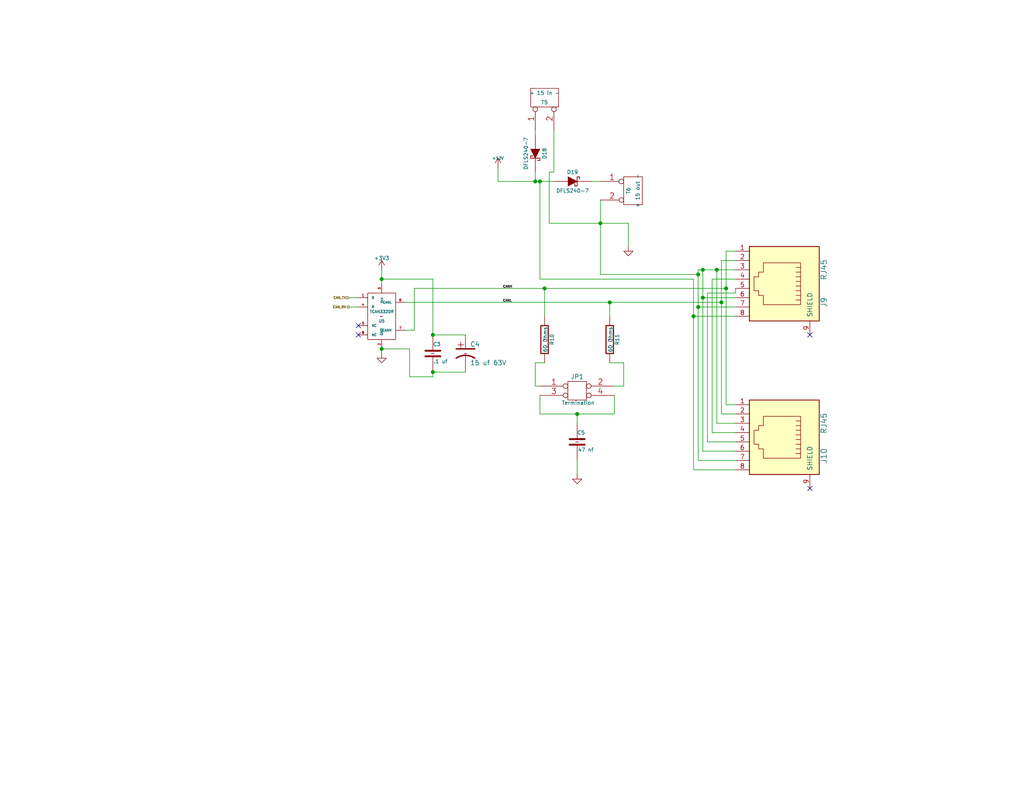
<source format=kicad_sch>
(kicad_sch (version 20211123) (generator eeschema)
  (paper "USLetter")
  (title_block (title "ESP32-S3-WROOM-ControlStand") (date "2022-07-25") (rev "1.0") (company "Deepwoods Software") (comment 1 "Can Transceiver Page"))
  (lib_symbols
    (symbol "ESP32-S3-WROOM-ControlStand-rescue:+12V" (power) (pin_names (offset 0))
      (property "Value" "+12V" (at 0 3.556 0))
      (symbol "+12V_0_1"
        (polyline (pts (xy -0.762 1.27) (xy 0 2.54)))
        (polyline (pts (xy 0 0) (xy 0 2.54)))
        (polyline (pts (xy 0 2.54) (xy 0.762 1.27)))
      )
      (symbol "+12V_1_1"
        (pin power_in line (at 0 0 90) (length 0) hide (name "+12V") (number "1"))
      )
    )
    (symbol "ESP32-S3-WROOM-ControlStand-rescue:+3.3V" (power) (pin_names (offset 0))
      (property "Value" "+3.3V" (at 0 3.556 0))
      (symbol "+3.3V_0_1"
        (polyline (pts (xy -0.762 1.27) (xy 0 2.54)))
        (polyline (pts (xy 0 0) (xy 0 2.54)))
        (polyline (pts (xy 0 2.54) (xy 0.762 1.27)))
      )
      (symbol "+3.3V_1_1"
        (pin power_in line (at 0 0 90) (length 0) hide (name "+3V3") (number "1"))
      )
    )
    (symbol "ESP32-S3-WROOM-ControlStand-rescue:C-RESCUE-ESP32ControlStand" (pin_numbers hide) (pin_names (offset 0.254))
      (property "Reference" "C" (at 0 2.54 0))
      (property "Value" "C-RESCUE-ESP32ControlStand" (at 0.1524 -2.159 0))
      (symbol "C-RESCUE-ESP32ControlStand_0_1"
        (polyline (pts (xy -2.032 -0.762) (xy 2.032 -0.762)) (stroke (width 0.508)))
        (polyline (pts (xy -2.032 0.762) (xy 2.032 0.762)) (stroke (width 0.508)))
      )
      (symbol "C-RESCUE-ESP32ControlStand_1_1"
        (pin passive line (at 0 5.08 270) (length 4.318) (name "~") (number "1"))
        (pin passive line (at 0 -5.08 90) (length 4.318) (name "~") (number "2"))
      )
    )
    (symbol "ESP32-S3-WROOM-ControlStand-rescue:CONN_2" (pin_names (offset 1.016) hide)
      (property "Reference" "P" (at -1.27 0 90))
      (property "Value" "CONN_2" (at 1.27 0 90))
      (symbol "CONN_2_0_1"
        (rectangle (start -2.54 3.81) (end 2.54 -3.81))
      )
      (symbol "CONN_2_1_1"
        (pin passive inverted (at -8.89 2.54 0) (length 6.35) (name "P1") (number "1"))
        (pin passive inverted (at -8.89 -2.54 0) (length 6.35) (name "PM") (number "2"))
      )
    )
    (symbol "ESP32-S3-WROOM-ControlStand-rescue:CONN_2X2" (pin_names (offset 1.016) hide)
      (property "Reference" "P" (at 0 3.81 0))
      (property "Value" "CONN_2X2" (at 0.254 -3.302 0))
      (symbol "CONN_2X2_0_1"
        (rectangle (start -2.54 2.54) (end 2.54 -2.54))
      )
      (symbol "CONN_2X2_1_1"
        (pin passive inverted (at -10.16 1.27 0) (length 7.62) (name "1") (number "1"))
        (pin passive inverted (at 10.16 1.27 180) (length 7.62) (name "2") (number "2"))
        (pin passive inverted (at -10.16 -1.27 0) (length 7.62) (name "3") (number "3"))
        (pin passive inverted (at 10.16 -1.27 180) (length 7.62) (name "4") (number "4"))
      )
    )
    (symbol "ESP32-S3-WROOM-ControlStand-rescue:CP1-RESCUE-ESP32ControlStand" (pin_numbers hide) (pin_names (offset 0.254) hide)
      (property "Reference" "C" (at 1.27 2.54 0))
      (property "Value" "CP1-RESCUE-ESP32ControlStand" (at 1.27 -2.54 0))
      (symbol "CP1-RESCUE-ESP32ControlStand_0_0"
        (text "+" (at -1.27 2.54 0) (effects (font (size 2.032 2.032))))
      )
      (symbol "CP1-RESCUE-ESP32ControlStand_0_1"
        (polyline (pts (xy -2.54 1.27) (xy 2.54 1.27) (xy 1.27 1.27) (xy 1.27 1.27)) (stroke (width 0.381)))
        (arc (start 2.54 -1.27) (mid 0 -0.5009) (end -2.54 -1.27) (stroke (width 0.381)))
      )
      (symbol "CP1-RESCUE-ESP32ControlStand_1_1"
        (pin passive line (at 0 5.08 270) (length 3.81) (name "~") (number "1"))
        (pin passive line (at 0 -5.08 90) (length 4.572) (name "~") (number "2"))
      )
    )
    (symbol "ESP32-S3-WROOM-ControlStand-rescue:DIODESCH" (pin_numbers hide) (pin_names (offset 1.016) hide)
      (property "Reference" "D" (at 0 2.54 0))
      (property "Value" "DIODESCH" (at 0 -2.54 0))
      (symbol "DIODESCH_0_1"
        (polyline (pts (xy -1.27 1.27) (xy 1.27 0) (xy -1.27 -1.27)) (fill (type outline)))
        (polyline (pts (xy 1.905 0.635) (xy 1.905 1.27) (xy 1.27 1.27) (xy 1.27 -1.27) (xy 0.635 -1.27) (xy 0.635 -0.635)) (stroke (width 0.2032)))
      )
      (symbol "DIODESCH_1_1"
        (pin passive line (at -5.08 0 0) (length 3.81) (name "A") (number "1"))
        (pin passive line (at 5.08 0 180) (length 3.81) (name "K") (number "2"))
      )
    )
    (symbol "ESP32-S3-WROOM-ControlStand-rescue:GND" (power) (pin_names (offset 0))
      (property "Value" "GND" (at 0 -3.81 0))
      (symbol "GND_0_1"
        (polyline (pts (xy 0 0) (xy 0 -1.27) (xy 1.27 -1.27) (xy 0 -2.54) (xy -1.27 -1.27) (xy 0 -1.27)))
      )
      (symbol "GND_1_1"
        (pin power_in line (at 0 0 270) (length 0) hide (name "GND") (number "1"))
      )
    )
    (symbol "ESP32-S3-WROOM-ControlStand-rescue:R-RESCUE-ESP32ControlStand" (pin_numbers hide) (pin_names (offset 0))
      (property "Reference" "R" (at 2.032 0 90))
      (property "Value" "R-RESCUE-ESP32ControlStand" (at 0.1778 0.0254 90))
      (symbol "R-RESCUE-ESP32ControlStand_0_1"
        (rectangle (start -1.016 3.81) (end 1.016 -3.81) (stroke (width 0.3048)))
      )
      (symbol "R-RESCUE-ESP32ControlStand_1_1"
        (pin passive line (at 0 6.35 270) (length 2.54) (name "~") (number "1"))
        (pin passive line (at 0 -6.35 90) (length 2.54) (name "~") (number "2"))
      )
    )
    (symbol "ESP32-S3-WROOM-ControlStand-rescue:RJ45" (pin_names (offset 1.016))
      (property "Reference" "J" (at 5.08 12.7 0))
      (property "Value" "RJ45" (at -3.81 12.7 0))
      (symbol "RJ45_0_1"
        (rectangle (start -10.16 -7.62) (end 10.16 11.43) (stroke (width 0.254)) (fill (type background)))
        (polyline (pts (xy -4.445 5.08) (xy -4.445 6.35) (xy -4.445 6.35)))
        (polyline (pts (xy -3.175 6.35) (xy -3.175 5.08) (xy -3.175 5.08)))
        (polyline (pts (xy -1.905 6.35) (xy -1.905 5.08) (xy -1.905 5.08)))
        (polyline (pts (xy -0.635 6.35) (xy -0.635 5.08) (xy -0.635 5.08)))
        (polyline (pts (xy 0.635 6.35) (xy 0.635 5.08) (xy 0.635 5.08)))
        (polyline (pts (xy 1.905 6.35) (xy 1.905 5.08) (xy 1.905 5.08)))
        (polyline (pts (xy 3.175 5.08) (xy 3.175 6.35) (xy 3.175 6.35)))
        (polyline (pts (xy 4.445 5.08) (xy 4.445 6.35) (xy 4.445 6.35)))
        (polyline (pts (xy -5.715 6.35) (xy 5.715 6.35) (xy 5.715 -3.81) (xy 3.175 -3.81) (xy 3.175 -5.08) (xy 1.905 -5.08) (xy 1.905 -6.35) (xy -1.905 -6.35) (xy -1.905 -5.08) (xy -3.175 -5.08) (xy -3.175 -3.81) (xy -5.715 -3.81) (xy -5.715 6.35) (xy -5.715 6.35)))
      )
      (symbol "RJ45_1_1"
        (pin passive line (at -8.89 -11.43 90) (length 3.81) (name "~") (number "1"))
        (pin passive line (at -6.35 -11.43 90) (length 3.81) (name "~") (number "2"))
        (pin passive line (at -3.81 -11.43 90) (length 3.81) (name "~") (number "3"))
        (pin passive line (at -1.27 -11.43 90) (length 3.81) (name "~") (number "4"))
        (pin passive line (at 1.27 -11.43 90) (length 3.81) (name "~") (number "5"))
        (pin passive line (at 3.81 -11.43 90) (length 3.81) (name "~") (number "6"))
        (pin passive line (at 6.35 -11.43 90) (length 3.81) (name "~") (number "7"))
        (pin passive line (at 8.89 -11.43 90) (length 3.81) (name "~") (number "8"))
        (pin passive line (at 13.97 8.89 180) (length 3.81) (name "SHIELD") (number "9"))
      )
    )
    (symbol "ESP32-S3-WROOM-ControlStand-rescue:TCAN332DR" (pin_names (offset 1.016))
      (property "Reference" "U" (at 0 -1.27 0))
      (property "Value" "TCAN332DR" (at 0 1.27 0))
      (symbol "TCAN332DR_0_1"
        (rectangle (start -3.81 6.35) (end 3.81 -6.35))
      )
      (symbol "TCAN332DR_1_1"
        (pin input line (at -6.35 5.08 0) (length 2.54) (name "D") (number "1"))
        (pin power_in line (at 0 -8.89 90) (length 2.54) (name "GND") (number "2"))
        (pin power_in line (at 0 8.89 270) (length 2.54) (name "Vcc") (number "3"))
        (pin output line (at -6.35 2.54 0) (length 2.54) (name "R") (number "4"))
        (pin input line (at -6.35 -2.54 0) (length 2.54) (name "NC") (number "5"))
        (pin bidirectional line (at 6.35 3.81 180) (length 2.54) (name "CANL") (number "6"))
        (pin bidirectional line (at 6.35 -3.81 180) (length 2.54) (name "CANH") (number "7"))
        (pin input line (at -6.35 -5.08 0) (length 2.54) (name "NC") (number "8"))
      )
    )
  )
  (junction (at 148.59 78.74))
  (junction (at 191.77 81.28))
  (junction (at 198.12 78.74))
  (junction (at 189.23 86.36))
  (junction (at 195.58 73.66))
  (junction (at 157.48 113.03))
  (junction (at 166.37 82.55))
  (junction (at 104.14 76.2))
  (junction (at 118.11 91.44))
  (junction (at 190.5 74.93))
  (junction (at 146.05 49.53))
  (junction (at 191.77 73.66))
  (junction (at 147.32 49.53))
  (junction (at 190.5 83.82))
  (junction (at 104.14 95.25))
  (junction (at 196.85 82.55))
  (junction (at 118.11 101.6))
  (junction (at 163.83 60.96))
  (no_connect (at 220.98 91.44))
  (no_connect (at 97.79 88.9))
  (no_connect (at 220.98 133.35))
  (no_connect (at 97.79 91.44))
  (wire (pts (xy 146.05 49.53) (xy 146.05 46.99)))
  (wire (pts (xy 163.83 49.53) (xy 161.29 49.53)))
  (wire (pts (xy 190.5 73.66) (xy 190.5 74.93)))
  (wire (pts (xy 167.64 107.95) (xy 167.64 113.03)))
  (wire (pts (xy 191.77 81.28) (xy 191.77 123.19)))
  (wire (pts (xy 200.66 78.74) (xy 200.66 80.01)))
  (wire (pts (xy 147.32 49.53) (xy 147.32 76.2)))
  (wire (pts (xy 148.59 78.74) (xy 198.12 78.74)))
  (wire (pts (xy 118.11 76.2) (xy 118.11 91.44)))
  (wire (pts (xy 111.76 95.25) (xy 111.76 102.87)))
  (wire (pts (xy 163.83 60.96) (xy 171.45 60.96)))
  (wire (pts (xy 135.89 45.72) (xy 135.89 49.53)))
  (wire (pts (xy 113.03 90.17) (xy 113.03 78.74)))
  (wire (pts (xy 189.23 128.27) (xy 200.66 128.27)))
  (wire (pts (xy 194.31 118.11) (xy 194.31 76.2)))
  (wire (pts (xy 200.66 83.82) (xy 190.5 83.82)))
  (wire (pts (xy 148.59 86.36) (xy 148.59 78.74)))
  (wire (pts (xy 189.23 76.2) (xy 189.23 86.36)))
  (wire (pts (xy 149.86 60.96) (xy 163.83 60.96)))
  (wire (pts (xy 198.12 110.49) (xy 200.66 110.49)))
  (wire (pts (xy 196.85 71.12) (xy 196.85 82.55)))
  (wire (pts (xy 157.48 125.73) (xy 157.48 129.54)))
  (wire (pts (xy 195.58 73.66) (xy 195.58 115.57)))
  (wire (pts (xy 104.14 76.2) (xy 118.11 76.2)))
  (wire (pts (xy 196.85 82.55) (xy 196.85 113.03)))
  (wire (pts (xy 170.18 99.06) (xy 170.18 105.41)))
  (wire (pts (xy 198.12 78.74) (xy 198.12 110.49)))
  (wire (pts (xy 191.77 123.19) (xy 200.66 123.19)))
  (wire (pts (xy 127 101.6) (xy 118.11 101.6)))
  (wire (pts (xy 95.25 81.28) (xy 97.79 81.28)))
  (wire (pts (xy 190.5 73.66) (xy 191.77 73.66)))
  (wire (pts (xy 166.37 82.55) (xy 166.37 86.36)))
  (wire (pts (xy 151.13 35.56) (xy 151.13 46.99)))
  (wire (pts (xy 198.12 68.58) (xy 200.66 68.58)))
  (wire (pts (xy 151.13 46.99) (xy 149.86 46.99)))
  (wire (pts (xy 163.83 74.93) (xy 190.5 74.93)))
  (wire (pts (xy 110.49 90.17) (xy 113.03 90.17)))
  (wire (pts (xy 149.86 46.99) (xy 149.86 60.96)))
  (wire (pts (xy 135.89 49.53) (xy 146.05 49.53)))
  (wire (pts (xy 104.14 95.25) (xy 111.76 95.25)))
  (wire (pts (xy 104.14 73.66) (xy 104.14 76.2)))
  (wire (pts (xy 171.45 60.96) (xy 171.45 67.31)))
  (wire (pts (xy 110.49 82.55) (xy 166.37 82.55)))
  (wire (pts (xy 104.14 95.25) (xy 104.14 96.52)))
  (wire (pts (xy 147.32 49.53) (xy 151.13 49.53)))
  (wire (pts (xy 190.5 74.93) (xy 190.5 83.82)))
  (wire (pts (xy 146.05 99.06) (xy 146.05 105.41)))
  (wire (pts (xy 118.11 102.87) (xy 118.11 101.6)))
  (wire (pts (xy 170.18 105.41) (xy 167.64 105.41)))
  (wire (pts (xy 198.12 68.58) (xy 198.12 78.74)))
  (wire (pts (xy 193.04 120.65) (xy 200.66 120.65)))
  (wire (pts (xy 196.85 113.03) (xy 200.66 113.03)))
  (wire (pts (xy 104.14 76.2) (xy 104.14 77.47)))
  (wire (pts (xy 146.05 35.56) (xy 146.05 36.83)))
  (wire (pts (xy 97.79 83.82) (xy 95.25 83.82)))
  (wire (pts (xy 148.59 99.06) (xy 146.05 99.06)))
  (wire (pts (xy 166.37 82.55) (xy 196.85 82.55)))
  (wire (pts (xy 147.32 113.03) (xy 147.32 107.95)))
  (wire (pts (xy 146.05 49.53) (xy 147.32 49.53)))
  (wire (pts (xy 146.05 105.41) (xy 147.32 105.41)))
  (wire (pts (xy 166.37 99.06) (xy 170.18 99.06)))
  (wire (pts (xy 167.64 113.03) (xy 157.48 113.03)))
  (wire (pts (xy 147.32 76.2) (xy 189.23 76.2)))
  (wire (pts (xy 113.03 78.74) (xy 148.59 78.74)))
  (wire (pts (xy 118.11 91.44) (xy 127 91.44)))
  (wire (pts (xy 195.58 73.66) (xy 200.66 73.66)))
  (wire (pts (xy 200.66 71.12) (xy 196.85 71.12)))
  (wire (pts (xy 191.77 73.66) (xy 195.58 73.66)))
  (wire (pts (xy 189.23 86.36) (xy 189.23 128.27)))
  (wire (pts (xy 190.5 125.73) (xy 200.66 125.73)))
  (wire (pts (xy 157.48 115.57) (xy 157.48 113.03)))
  (wire (pts (xy 163.83 54.61) (xy 163.83 60.96)))
  (wire (pts (xy 200.66 118.11) (xy 194.31 118.11)))
  (wire (pts (xy 190.5 83.82) (xy 190.5 125.73)))
  (wire (pts (xy 200.66 81.28) (xy 191.77 81.28)))
  (wire (pts (xy 200.66 80.01) (xy 193.04 80.01)))
  (wire (pts (xy 111.76 102.87) (xy 118.11 102.87)))
  (wire (pts (xy 157.48 113.03) (xy 147.32 113.03)))
  (wire (pts (xy 189.23 86.36) (xy 200.66 86.36)))
  (wire (pts (xy 191.77 73.66) (xy 191.77 81.28)))
  (wire (pts (xy 194.31 76.2) (xy 200.66 76.2)))
  (wire (pts (xy 193.04 80.01) (xy 193.04 120.65)))
  (wire (pts (xy 195.58 115.57) (xy 200.66 115.57)))
  (wire (pts (xy 163.83 60.96) (xy 163.83 74.93)))
  (label "CANH" (at 137.16 78.74 0) (effects (font (size 0.635 0.635))))
  (label "CANL" (at 137.16 82.55 0) (effects (font (size 0.635 0.635))))
  (hierarchical_label "CAN_RX" (shape output) (at 95.25 83.82 180) (effects (font (size 0.635 0.635))))
  (hierarchical_label "CAN_TX" (shape input) (at 95.25 81.28 180) (effects (font (size 0.635 0.635))))
  (symbol (lib_id "ESP32-S3-WROOM-ControlStand-rescue:TCAN332DR") (at 104.14 86.36 0) (unit 1)
    (property "Reference" "U5" (at 104.14 87.63 0) (effects (font (size 0.762 0.762))))
    (property "Value" "TCAN332DR" (at 104.14 85.09 0) (effects (font (size 0.762 0.762))))
    (property "Footprint" "Housings_SOIC:SOIC-8_3.9x4.9mm_Pitch1.27mm" (effects hide))
    (property "Datasheet" "~" (at 104.14 86.36 0) (effects (font (size 1.524 1.524))))
    (property "Mouser Part Number" "595-TCAN332DR" (effects hide))
  )
  (symbol (lib_id "ESP32-S3-WROOM-ControlStand-rescue:+3.3V") (at 104.14 73.66 0) (unit 1)
    (property "Reference" "#PWR043" (effects hide))
    (property "Value" "+3.3V" (at 104.14 70.485 0) (effects (font (size 1.016 1.016))))
  )
  (symbol (lib_id "ESP32-S3-WROOM-ControlStand-rescue:GND") (at 104.14 96.52 0) (unit 1)
    (property "Reference" "#PWR044" (effects hide))
    (property "Value" "GND" (effects hide))
  )
  (symbol (lib_id "ESP32-S3-WROOM-ControlStand-rescue:C-RESCUE-ESP32ControlStand") (at 118.11 96.52 0) (unit 1)
    (property "Reference" "C3" (at 118.11 93.98 0) (effects (font (size 1.016 1.016)) (justify left)))
    (property "Value" ".1 uf" (at 118.2624 98.679 0) (effects (font (size 1.016 1.016)) (justify left)))
    (property "Footprint" "Capacitors_SMD:C_0603" (effects hide))
    (property "Datasheet" "~" (at 118.11 96.52 0) (effects (font (size 1.524 1.524))))
    (property "Mouser Part Number" "710-885012206095" (effects hide))
  )
  (symbol (lib_id "ESP32-S3-WROOM-ControlStand-rescue:CP1-RESCUE-ESP32ControlStand") (at 127 96.52 0) (unit 1)
    (property "Reference" "C4" (at 128.27 93.98 0) (effects (justify left)))
    (property "Value" "15 uf 63V" (at 128.27 99.06 0) (effects (justify left)))
    (property "Footprint" "Capacitors_SMD:CP_Elec_4x5.7" (effects hide))
    (property "Datasheet" "~" (at 127 96.52 0) (effects (font (size 1.524 1.524))))
    (property "Mouser Part Number" "647-UUD1C150MCL" (effects hide))
  )
  (symbol (lib_id "ESP32-S3-WROOM-ControlStand-rescue:R-RESCUE-ESP32ControlStand") (at 148.59 92.71 0) (unit 1)
    (property "Reference" "R10" (at 150.622 92.71 90) (effects (font (size 1.016 1.016))))
    (property "Value" "60 Ohms" (at 148.7678 92.6846 90) (effects (font (size 1.016 1.016))))
    (property "Footprint" "Resistors_SMD:R_1206" (effects hide))
    (property "Datasheet" "~" (at 148.59 92.71 0) (effects (font (size 0.762 0.762))))
    (property "Mouser Part Number" "71-CRCW120660R0KNAIF" (effects hide))
  )
  (symbol (lib_id "ESP32-S3-WROOM-ControlStand-rescue:R-RESCUE-ESP32ControlStand") (at 166.37 92.71 0) (unit 1)
    (property "Reference" "R11" (at 168.402 92.71 90) (effects (font (size 1.016 1.016))))
    (property "Value" "60 Ohms" (at 166.5478 92.6846 90) (effects (font (size 1.016 1.016))))
    (property "Footprint" "Resistors_SMD:R_1206" (effects hide))
    (property "Datasheet" "~" (at 166.37 92.71 0) (effects (font (size 0.762 0.762))))
    (property "Mouser Part Number" "71-CRCW120660R0KNAIF" (effects hide))
  )
  (symbol (lib_id "ESP32-S3-WROOM-ControlStand-rescue:CONN_2X2") (at 157.48 106.68 0) (unit 1)
    (property "Reference" "JP1" (at 157.48 102.87 0))
    (property "Value" "Termination" (at 157.734 109.982 0) (effects (font (size 1.016 1.016))))
    (property "Footprint" "Pin_Headers:Pin_Header_Straight_2x02_Pitch2.54mm" (effects hide))
    (property "Mouser Part Number" "649-67997-404HLF" (effects hide))
  )
  (symbol (lib_id "ESP32-S3-WROOM-ControlStand-rescue:C-RESCUE-ESP32ControlStand") (at 157.48 120.65 0) (unit 1)
    (property "Reference" "C5" (at 157.48 118.11 0) (effects (font (size 1.016 1.016)) (justify left)))
    (property "Value" "47 nf" (at 157.6324 122.809 0) (effects (font (size 1.016 1.016)) (justify left)))
    (property "Footprint" "Capacitors_SMD:C_0603" (effects hide))
    (property "Datasheet" "~" (at 157.48 120.65 0) (effects (font (size 1.524 1.524))))
    (property "Mouser Part Number" "710-885012206093" (effects hide))
  )
  (symbol (lib_id "ESP32-S3-WROOM-ControlStand-rescue:GND") (at 157.48 129.54 0) (unit 1)
    (property "Reference" "#PWR045" (effects hide))
    (property "Value" "GND" (effects hide))
  )
  (symbol (lib_id "ESP32-S3-WROOM-ControlStand-rescue:RJ45") (at 212.09 119.38 270) (unit 1)
    (property "Reference" "J10" (at 224.79 124.46 0) (effects (font (size 1.524 1.524))))
    (property "Value" "RJ45" (at 224.79 115.57 0) (effects (font (size 1.524 1.524))))
    (property "Footprint" "RJ45-8N-S:RJ45_8N-S" (effects hide))
    (property "Mouser Part Number" "710-615008144221" (effects hide))
  )
  (symbol (lib_id "ESP32-S3-WROOM-ControlStand-rescue:RJ45") (at 212.09 77.47 270) (unit 1)
    (property "Reference" "J9" (at 224.79 82.55 0) (effects (font (size 1.524 1.524))))
    (property "Value" "RJ45" (at 224.79 73.66 0) (effects (font (size 1.524 1.524))))
    (property "Footprint" "RJ45-8N-S:RJ45_8N-S" (effects hide))
    (property "Mouser Part Number" "710-615008144221" (effects hide))
  )
  (symbol (lib_id "ESP32-S3-WROOM-ControlStand-rescue:CONN_2") (at 172.72 52.07 0) (unit 1)
    (property "Reference" "T6" (at 171.45 52.07 90) (effects (font (size 1.016 1.016))))
    (property "Value" "+ 15 out -" (at 173.99 52.07 90) (effects (font (size 1.016 1.016))))
    (property "Footprint" "Terminal_Blocks:TerminalBlock_Pheonix_MPT-2.54mm_2pol" (effects hide))
    (property "Mouser Part Number" "651-1725656" (effects hide))
  )
  (symbol (lib_id "ESP32-S3-WROOM-ControlStand-rescue:DIODESCH") (at 156.21 49.53 0) (unit 1)
    (property "Reference" "D19" (at 156.21 46.99 0) (effects (font (size 1.016 1.016))))
    (property "Value" "DFLS240-7" (at 156.21 52.07 0) (effects (font (size 1.016 1.016))))
    (property "Footprint" "Diodes_SMD:D_PowerDI-123" (effects hide))
    (property "Datasheet" "~" (at 156.21 49.53 0) (effects (font (size 1.524 1.524))))
    (property "Mouser Part Number" "621-DFLS240-7" (effects hide))
  )
  (symbol (lib_id "ESP32-S3-WROOM-ControlStand-rescue:GND") (at 171.45 67.31 0) (unit 1)
    (property "Reference" "#PWR046" (effects hide))
    (property "Value" "GND" (effects hide))
  )
  (symbol (lib_id "ESP32-S3-WROOM-ControlStand-rescue:CONN_2") (at 148.59 26.67 90) (unit 1)
    (property "Reference" "T5" (at 148.59 27.94 90) (effects (font (size 1.016 1.016))))
    (property "Value" "+ 15 in -" (at 148.59 25.4 90) (effects (font (size 1.016 1.016))))
    (property "Footprint" "Terminal_Blocks:TerminalBlock_Pheonix_MPT-2.54mm_2pol" (effects hide))
    (property "Mouser Part Number" "651-1725656" (effects hide))
  )
  (symbol (lib_id "ESP32-S3-WROOM-ControlStand-rescue:DIODESCH") (at 146.05 41.91 270) (unit 1)
    (property "Reference" "D18" (at 148.59 41.91 0) (effects (font (size 1.016 1.016))))
    (property "Value" "DFLS240-7" (at 143.51 41.91 0) (effects (font (size 1.016 1.016))))
    (property "Footprint" "Diodes_SMD:D_PowerDI-123" (effects hide))
    (property "Datasheet" "~" (at 146.05 41.91 0) (effects (font (size 1.524 1.524))))
    (property "Mouser Part Number" "621-DFLS240-7" (effects hide))
  )
  (symbol (lib_id "ESP32-S3-WROOM-ControlStand-rescue:+12V") (at 135.89 45.72 0) (unit 1)
    (property "Reference" "#PWR047" (effects hide))
    (property "Value" "+12V" (at 135.89 43.18 0) (effects (font (size 0.762 0.762))))
  )
)
</source>
